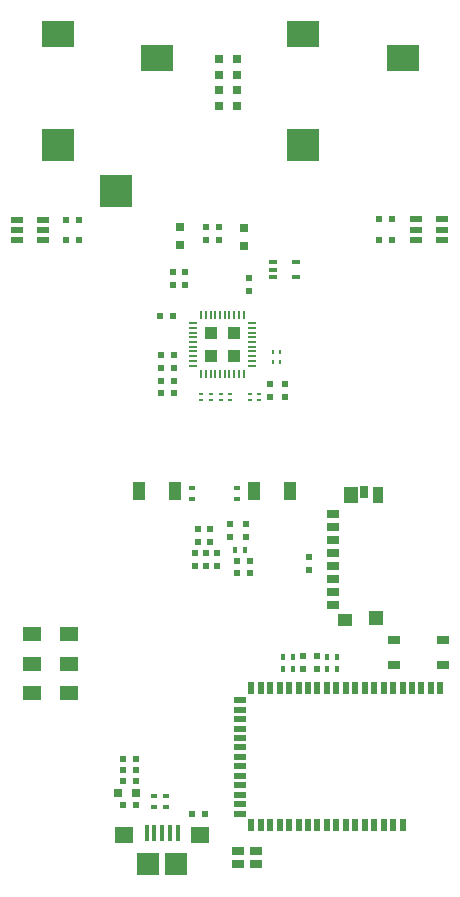
<source format=gbr>
G04 #@! TF.FileFunction,Paste,Top*
%FSLAX46Y46*%
G04 Gerber Fmt 4.6, Leading zero omitted, Abs format (unit mm)*
G04 Created by KiCad (PCBNEW 4.0.6) date Friday, April 06, 2018 'AMt' 10:50:20 AM*
%MOMM*%
%LPD*%
G01*
G04 APERTURE LIST*
%ADD10C,0.100000*%
%ADD11R,0.600000X1.000000*%
%ADD12R,1.000000X0.600000*%
%ADD13R,1.000000X1.600000*%
%ADD14R,1.032000X0.500000*%
%ADD15R,1.032000X0.622000*%
%ADD16R,0.800000X0.750000*%
%ADD17R,0.750000X0.800000*%
%ADD18R,0.200000X0.750000*%
%ADD19R,0.750000X0.200000*%
%ADD20R,1.140000X1.140000*%
%ADD21R,2.800000X2.800000*%
%ADD22R,2.800000X2.200000*%
%ADD23R,0.500000X0.600000*%
%ADD24R,0.600000X0.500000*%
%ADD25R,0.600000X0.400000*%
%ADD26R,0.430000X0.280000*%
%ADD27R,0.280000X0.430000*%
%ADD28R,1.900000X1.900000*%
%ADD29R,1.600000X1.400000*%
%ADD30R,0.400000X1.350000*%
%ADD31R,0.400000X0.600000*%
%ADD32R,1.050000X0.650000*%
%ADD33R,1.000000X0.800000*%
%ADD34R,1.600000X1.200000*%
%ADD35R,0.650000X0.400000*%
%ADD36R,1.000000X0.700000*%
%ADD37R,1.200000X1.000000*%
%ADD38R,1.200000X1.150000*%
%ADD39R,1.200000X1.450000*%
%ADD40R,0.700000X1.000000*%
%ADD41R,0.900000X1.400000*%
G04 APERTURE END LIST*
D10*
D11*
X151650000Y-104180000D03*
X150850000Y-104180000D03*
X150050000Y-104180000D03*
X149250000Y-104180000D03*
X148450000Y-104180000D03*
X147650000Y-104180000D03*
X146850000Y-104180000D03*
X146050000Y-104180000D03*
X145250000Y-104180000D03*
X144450000Y-104180000D03*
X143650000Y-104180000D03*
X142850000Y-104180000D03*
X142050000Y-104180000D03*
X141250000Y-104180000D03*
X140450000Y-104180000D03*
X139650000Y-104180000D03*
X138850000Y-104180000D03*
X138050000Y-104180000D03*
X137250000Y-104180000D03*
X136450000Y-104180000D03*
X135650000Y-104180000D03*
D12*
X134650000Y-105180000D03*
X134650000Y-105980000D03*
X134650000Y-106780000D03*
X134650000Y-107580000D03*
X134650000Y-108380000D03*
X134650000Y-109180000D03*
X134650000Y-109980000D03*
X134650000Y-110780000D03*
X134650000Y-111580000D03*
X134650000Y-112380000D03*
X134650000Y-113180000D03*
X134650000Y-113980000D03*
X134650000Y-114780000D03*
D11*
X135650000Y-115780000D03*
X136450000Y-115780000D03*
X137250000Y-115780000D03*
X138050000Y-115780000D03*
X138850000Y-115780000D03*
X139650000Y-115780000D03*
X140450000Y-115780000D03*
X141250000Y-115780000D03*
X142050000Y-115780000D03*
X142850000Y-115780000D03*
X143650000Y-115780000D03*
X144450000Y-115780000D03*
X145250000Y-115780000D03*
X146050000Y-115780000D03*
X146850000Y-115780000D03*
X147650000Y-115780000D03*
X148450000Y-115780000D03*
D13*
X126150000Y-87430000D03*
X129150000Y-87430000D03*
X138900000Y-87480000D03*
X135900000Y-87480000D03*
D14*
X115814200Y-65368000D03*
X118022200Y-65368000D03*
D15*
X115814200Y-66252000D03*
X115814200Y-64484000D03*
X118022200Y-64484000D03*
X118022200Y-66252000D03*
D16*
X132900000Y-53530000D03*
X134400000Y-53530000D03*
X132900000Y-52230000D03*
X134400000Y-52230000D03*
X134400000Y-54830000D03*
X132900000Y-54830000D03*
D17*
X135025000Y-66730000D03*
X135025000Y-65230000D03*
X129650000Y-65155000D03*
X129650000Y-66655000D03*
D16*
X134400000Y-50930000D03*
X132900000Y-50930000D03*
D18*
X131394600Y-77547000D03*
X131794600Y-77547000D03*
X132194600Y-77547000D03*
X132594600Y-77547000D03*
X132994600Y-77547000D03*
X133394600Y-77547000D03*
X133794600Y-77547000D03*
X134194600Y-77547000D03*
X134594600Y-77547000D03*
X134994600Y-77547000D03*
D19*
X135694600Y-76847000D03*
X135694600Y-76447000D03*
X135694600Y-76047000D03*
X135694600Y-75647000D03*
X135694600Y-75247000D03*
X135694600Y-74847000D03*
X135694600Y-74447000D03*
X135694600Y-74047000D03*
X135694600Y-73647000D03*
X135694600Y-73247000D03*
D18*
X134994600Y-72547000D03*
X134594600Y-72547000D03*
X134194600Y-72547000D03*
X133794600Y-72547000D03*
X133394600Y-72547000D03*
X132994600Y-72547000D03*
X132594600Y-72547000D03*
X132194600Y-72547000D03*
X131794600Y-72547000D03*
X131394600Y-72547000D03*
D19*
X130694600Y-73247000D03*
X130694600Y-73647000D03*
X130694600Y-74047000D03*
X130694600Y-74447000D03*
X130694600Y-74847000D03*
X130694600Y-75247000D03*
X130694600Y-75647000D03*
X130694600Y-76047000D03*
X130694600Y-76447000D03*
X130694600Y-76847000D03*
D20*
X134144600Y-74097000D03*
X132244600Y-74097000D03*
X134144600Y-75997000D03*
X132244600Y-75997000D03*
D14*
X151816467Y-65332529D03*
X149608467Y-65332529D03*
D15*
X151816467Y-64448529D03*
X151816467Y-66216529D03*
X149608467Y-66216529D03*
X149608467Y-64448529D03*
D21*
X124200000Y-62080000D03*
X119250000Y-58180000D03*
D22*
X127650000Y-50780000D03*
X119250000Y-48780000D03*
D21*
X140050000Y-58180000D03*
D22*
X148450000Y-50780000D03*
X140050000Y-48780000D03*
D23*
X135200000Y-90280000D03*
X135200000Y-91380000D03*
X129117900Y-75919400D03*
X129117900Y-77019400D03*
X128990900Y-68947100D03*
X128990900Y-70047100D03*
X137200600Y-79539300D03*
X137200600Y-78439300D03*
X138496000Y-79539300D03*
X138496000Y-78439300D03*
D24*
X129096400Y-79149100D03*
X127996400Y-79149100D03*
X129096400Y-78171200D03*
X127996400Y-78171200D03*
D23*
X128000300Y-75919400D03*
X128000300Y-77019400D03*
D24*
X129000000Y-72680000D03*
X127900000Y-72680000D03*
D23*
X130045000Y-70047100D03*
X130045000Y-68947100D03*
X135455200Y-70517000D03*
X135455200Y-69417000D03*
X132925000Y-66180000D03*
X132925000Y-65080000D03*
X131775000Y-66205000D03*
X131775000Y-65105000D03*
D24*
X125900000Y-114080000D03*
X124800000Y-114080000D03*
X146442266Y-64448531D03*
X147542266Y-64448531D03*
X146442266Y-66239231D03*
X147542266Y-66239231D03*
X121086800Y-66252000D03*
X119986800Y-66252000D03*
X121048700Y-64499400D03*
X119948700Y-64499400D03*
D25*
X130650000Y-87230000D03*
X130650000Y-88130000D03*
X134450000Y-87230000D03*
X134450000Y-88130000D03*
D26*
X131385000Y-79775000D03*
X131385000Y-79255000D03*
X133042200Y-79777400D03*
X133042200Y-79257400D03*
X133855000Y-79777400D03*
X133855000Y-79257400D03*
X135550000Y-79740000D03*
X135550000Y-79220000D03*
X136300000Y-79740000D03*
X136300000Y-79220000D03*
X132215000Y-79775000D03*
X132215000Y-79255000D03*
D27*
X138039300Y-75669300D03*
X137519300Y-75669300D03*
X138039300Y-76532900D03*
X137519300Y-76532900D03*
D23*
X132750000Y-92730000D03*
X132750000Y-93830000D03*
D24*
X134400000Y-94380000D03*
X135500000Y-94380000D03*
D23*
X130900000Y-92730000D03*
X130900000Y-93830000D03*
X131800000Y-92730000D03*
X131800000Y-93830000D03*
X131125000Y-91755000D03*
X131125000Y-90655000D03*
X132125000Y-91755000D03*
X132125000Y-90655000D03*
D28*
X129300000Y-119080000D03*
D29*
X131300000Y-116630000D03*
D30*
X126800000Y-116405000D03*
X127450000Y-116405000D03*
X129400000Y-116405000D03*
X128750000Y-116405000D03*
X128100000Y-116405000D03*
D29*
X124900000Y-116630000D03*
D28*
X126900000Y-119080000D03*
D31*
X135150000Y-92480000D03*
X134250000Y-92480000D03*
D25*
X127400000Y-114230000D03*
X127400000Y-113330000D03*
X128400000Y-114230000D03*
X128400000Y-113330000D03*
D32*
X147750000Y-100080000D03*
X151900000Y-100080000D03*
X147750000Y-102230000D03*
X151900000Y-102230000D03*
D23*
X140500000Y-93080000D03*
X140500000Y-94180000D03*
X141175000Y-101455000D03*
X141175000Y-102555000D03*
X140050000Y-101430000D03*
X140050000Y-102530000D03*
D33*
X134550000Y-117930000D03*
X136050000Y-117930000D03*
X136050000Y-119030000D03*
X134550000Y-119030000D03*
D31*
X142925000Y-102555000D03*
X142025000Y-102555000D03*
X138300000Y-102530000D03*
X139200000Y-102530000D03*
X142025000Y-101555000D03*
X142925000Y-101555000D03*
X139200000Y-101505000D03*
X138300000Y-101505000D03*
D24*
X134400000Y-93430000D03*
X135500000Y-93430000D03*
D23*
X133850000Y-91380000D03*
X133850000Y-90280000D03*
D34*
X120250000Y-102080000D03*
X117050000Y-102080000D03*
X120250000Y-104580000D03*
X117050000Y-104580000D03*
X117050000Y-99580000D03*
X120250000Y-99580000D03*
D24*
X124800000Y-111980000D03*
X125900000Y-111980000D03*
X124800000Y-111080000D03*
X125900000Y-111080000D03*
X124800000Y-110180000D03*
X125900000Y-110180000D03*
X130650000Y-114830000D03*
X131750000Y-114830000D03*
D16*
X124400000Y-113030000D03*
X125900000Y-113030000D03*
D35*
X137500000Y-68080000D03*
X137500000Y-69380000D03*
X137500000Y-68730000D03*
X139400000Y-69380000D03*
X139400000Y-68080000D03*
D36*
X142560000Y-89430000D03*
X142560000Y-90530000D03*
X142560000Y-91630000D03*
X142560000Y-92730000D03*
X142560000Y-93830000D03*
X142560000Y-94930000D03*
X142560000Y-96030000D03*
X142560000Y-97130000D03*
D37*
X143610000Y-98405000D03*
D38*
X146200000Y-98205000D03*
D39*
X144050000Y-87805000D03*
D40*
X145200000Y-87580000D03*
D41*
X146350000Y-87780000D03*
M02*

</source>
